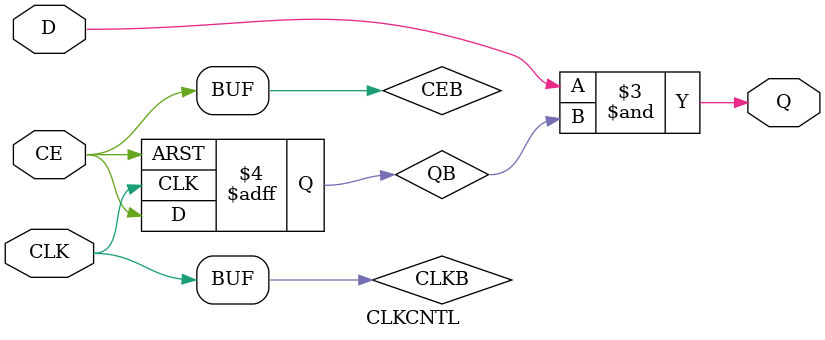
<source format=v>
`resetall
`timescale 1 ns / 1 ps

`celldefine

module CLKCNTL(D, CE, CLK, Q);
   input D, CE, CLK;
   output Q;

  parameter CLKMODE = "ECLK";

   wire CEB, CLKB;

   reg QB;

buf (CEB, CE);
buf (CLKB, CLK);

always @ (negedge CLKB or posedge CEB)
begin
   if (CEB == 1'b1)
      QB <= 1'b1;
   else
      QB <= CEB;
end

buf (Q, (D & QB));

endmodule

`endcelldefine

</source>
